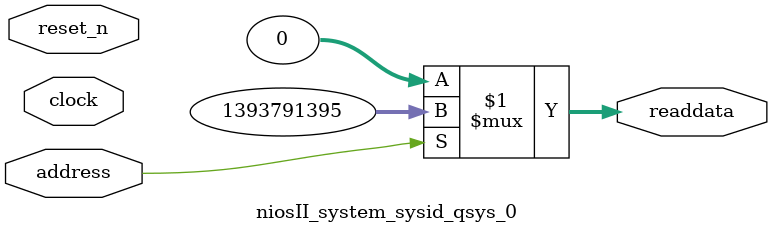
<source format=v>

`timescale 1ns / 1ps
// synthesis translate_on

// turn off superfluous verilog processor warnings 
// altera message_level Level1 
// altera message_off 10034 10035 10036 10037 10230 10240 10030 

module niosII_system_sysid_qsys_0 (
               // inputs:
                address,
                clock,
                reset_n,

               // outputs:
                readdata
             )
;

  output  [ 31: 0] readdata;
  input            address;
  input            clock;
  input            reset_n;

  wire    [ 31: 0] readdata;
  //control_slave, which is an e_avalon_slave
  assign readdata = address ? 1393791395 : 0;

endmodule




</source>
